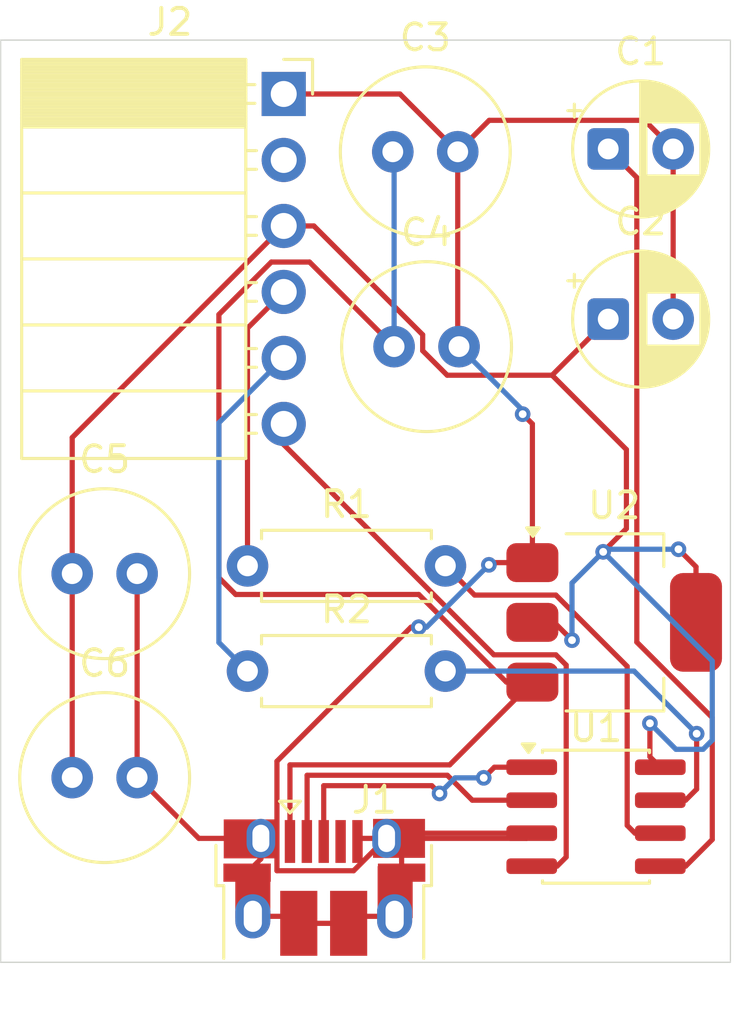
<source format=kicad_pcb>
(kicad_pcb (version 20241229) (generator "pcbnew") (generator_version "9.0")
  (layers (0 "F.Cu" signal) (2 "B.Cu" signal) (13 "F.Paste" user) (15 "B.Paste" user) (5 "F.SilkS" user "F.Silkscreen") (7 "B.SilkS" user "B.Silkscreen") (1 "F.Mask" user) (3 "B.Mask" user) (25 "Edge.Cuts" user))
  (net 0 "")
  (net 1 "Net-(U1-VCC)")
  (net 2 "GND")
  (net 3 "3.3v")
  (net 4 "+5V")
  (net 6 "Net-(J1-D+)")
  (net 7 "Net-(J1-D-)")
  (net 8 "Net-(J2-Pin_5)")
  (net 9 "Net-(J2-Pin_6)")
  (net 11 "Net-(J2-Pin_4)")
  (net 12 "Net-(U1-TXD)")
  (net 13 "Net-(U1-RXD)")
  (footprint "Capacitor_THT:C_Radial_D6.3mm_H7.0mm_P2.50mm" (layer "F.Cu") (at 145.15 62.7)
    (property "Reference" "C4" (at 1.25 -4.4 0) (layer "F.SilkS"))
    (property "Value" "C")
    (fp_circle (center 1.25 0) (end 4.52 0) (stroke (width 0.12)) (fill no) (layer "F.SilkS"))
    (pad "1" thru_hole circle (at 0 0) (size 1.6 1.6) (drill 0.8) (layers "*.Cu" "*.Mask") (net 4 "+5V"))
    (pad "2" thru_hole circle (at 2.5 0) (size 1.6 1.6) (drill 0.8) (layers "*.Cu" "*.Mask") (net 2 "GND"))
  )
  (footprint "Resistor_THT:R_Axial_DIN0207_L6.3mm_D2.5mm_P7.62mm_Horizontal" (layer "F.Cu") (at 139.505 75.19)
    (property "Reference" "R2" (at 3.81 -2.37 0) (layer "F.SilkS"))
    (property "Value" "R")
    (fp_line (start 0.54 -1.37) (end 7.08 -1.37) (stroke (width 0.12)) (layer "F.SilkS"))
    (fp_line (start 0.54 -1.04) (end 0.54 -1.37) (stroke (width 0.12)) (layer "F.SilkS"))
    (fp_line (start 0.54 1.04) (end 0.54 1.37) (stroke (width 0.12)) (layer "F.SilkS"))
    (fp_line (start 0.54 1.37) (end 7.08 1.37) (stroke (width 0.12)) (layer "F.SilkS"))
    (fp_line (start 7.08 -1.37) (end 7.08 -1.04) (stroke (width 0.12)) (layer "F.SilkS"))
    (fp_line (start 7.08 1.37) (end 7.08 1.04) (stroke (width 0.12)) (layer "F.SilkS"))
    (pad "1" thru_hole circle (at 0 0) (size 1.6 1.6) (drill 0.8) (layers "*.Cu" "*.Mask") (net 8 "Net-(J2-Pin_5)"))
    (pad "2" thru_hole circle (at 7.62 0) (size 1.6 1.6) (drill 0.8) (layers "*.Cu" "*.Mask") (net 13 "Net-(U1-RXD)"))
  )
  (footprint "Package_SO:SOIC-8_3.9x4.9mm_P1.27mm" (layer "F.Cu") (at 152.925 80.795)
    (property "Reference" "U1" (at 0 -3.4 0) (layer "F.SilkS"))
    (property "Value" "CH330N")
    (fp_line (start -2.06 -2.56) (end 2.06 -2.56) (stroke (width 0.12)) (layer "F.SilkS"))
    (fp_line (start -2.06 -2.465) (end -2.06 -2.56) (stroke (width 0.12)) (layer "F.SilkS"))
    (fp_line (start -2.06 2.56) (end -2.06 2.465) (stroke (width 0.12)) (layer "F.SilkS"))
    (fp_line (start 2.06 -2.56) (end 2.06 -2.465) (stroke (width 0.12)) (layer "F.SilkS"))
    (fp_line (start 2.06 2.465) (end 2.06 2.56) (stroke (width 0.12)) (layer "F.SilkS"))
    (fp_line (start 2.06 2.56) (end -2.06 2.56) (stroke (width 0.12)) (layer "F.SilkS"))
    (fp_poly (pts (xy -2.6 -2.47) (xy -2.84 -2.8) (xy -2.36 -2.8)) (stroke (width 0.12)) (fill yes) (layer "F.SilkS"))
    (pad "1" smd roundrect (at -2.475 -1.905) (size 1.95 0.6) (layers "F.Cu" "F.Mask" "F.Paste") (net 6 "Net-(J1-D+)"))
    (pad "2" smd roundrect (at -2.475 -0.635) (size 1.95 0.6) (layers "F.Cu" "F.Mask" "F.Paste") (net 7 "Net-(J1-D-)"))
    (pad "3" smd roundrect (at -2.475 0.635) (size 1.95 0.6) (layers "F.Cu" "F.Mask" "F.Paste") (net 2 "GND"))
    (pad "4" smd roundrect (at -2.475 1.905) (size 1.95 0.6) (layers "F.Cu" "F.Mask" "F.Paste") (net 9 "Net-(J2-Pin_6)"))
    (pad "5" smd roundrect (at 2.475 1.905) (size 1.95 0.6) (layers "F.Cu" "F.Mask" "F.Paste") (net 1 "Net-(U1-VCC)"))
    (pad "6" smd roundrect (at 2.475 0.635) (size 1.95 0.6) (layers "F.Cu" "F.Mask" "F.Paste") (net 12 "Net-(U1-TXD)"))
    (pad "7" smd roundrect (at 2.475 -0.635) (size 1.95 0.6) (layers "F.Cu" "F.Mask" "F.Paste") (net 13 "Net-(U1-RXD)"))
    (pad "8" smd roundrect (at 2.475 -1.905) (size 1.95 0.6) (layers "F.Cu" "F.Mask" "F.Paste") (net 3 "3.3v"))
  )
  (footprint "Capacitor_THT:C_Radial_D6.3mm_H7.0mm_P2.50mm" (layer "F.Cu") (at 132.755 79.29)
    (property "Reference" "C6" (at 1.25 -4.4 0) (layer "F.SilkS"))
    (property "Value" "C")
    (fp_circle (center 1.25 0) (end 4.52 0) (stroke (width 0.12)) (fill no) (layer "F.SilkS"))
    (pad "1" thru_hole circle (at 0 0) (size 1.6 1.6) (drill 0.8) (layers "*.Cu" "*.Mask") (net 3 "3.3v"))
    (pad "2" thru_hole circle (at 2.5 0) (size 1.6 1.6) (drill 0.8) (layers "*.Cu" "*.Mask") (net 2 "GND"))
  )
  (footprint "Capacitor_THT:CP_Radial_D5.0mm_P2.50mm" (layer "F.Cu") (at 153.394775 55.09)
    (property "Reference" "C1" (at 1.25 -3.75 0) (layer "F.SilkS"))
    (property "Value" "C")
    (fp_line (start -1.554775 -1.475) (end -1.054775 -1.475) (stroke (width 0.12)) (layer "F.SilkS"))
    (fp_line (start -1.304775 -1.725) (end -1.304775 -1.225) (stroke (width 0.12)) (layer "F.SilkS"))
    (fp_line (start 1.25 -2.58) (end 1.25 2.58) (stroke (width 0.12)) (layer "F.SilkS"))
    (fp_line (start 1.29 -2.58) (end 1.29 2.58) (stroke (width 0.12)) (layer "F.SilkS"))
    (fp_line (start 1.33 -2.579) (end 1.33 2.579) (stroke (width 0.12)) (layer "F.SilkS"))
    (fp_line (start 1.37 -2.577) (end 1.37 2.577) (stroke (width 0.12)) (layer "F.SilkS"))
    (fp_line (start 1.41 -2.575) (end 1.41 2.575) (stroke (width 0.12)) (layer "F.SilkS"))
    (fp_line (start 1.45 -2.572) (end 1.45 2.572) (stroke (width 0.12)) (layer "F.SilkS"))
    (fp_line (start 1.49 -2.569) (end 1.49 -1.04) (stroke (width 0.12)) (layer "F.SilkS"))
    (fp_line (start 1.49 1.04) (end 1.49 2.569) (stroke (width 0.12)) (layer "F.SilkS"))
    (fp_line (start 1.53 -2.565) (end 1.53 -1.04) (stroke (width 0.12)) (layer "F.SilkS"))
    (fp_line (start 1.53 1.04) (end 1.53 2.565) (stroke (width 0.12)) (layer "F.SilkS"))
    (fp_line (start 1.57 -2.56) (end 1.57 -1.04) (stroke (width 0.12)) (layer "F.SilkS"))
    (fp_line (start 1.57 1.04) (end 1.57 2.56) (stroke (width 0.12)) (layer "F.SilkS"))
    (fp_line (start 1.61 -2.555) (end 1.61 -1.04) (stroke (width 0.12)) (layer "F.SilkS"))
    (fp_line (start 1.61 1.04) (end 1.61 2.555) (stroke (width 0.12)) (layer "F.SilkS"))
    (fp_line (start 1.65 -2.549) (end 1.65 -1.04) (stroke (width 0.12)) (layer "F.SilkS"))
    (fp_line (start 1.65 1.04) (end 1.65 2.549) (stroke (width 0.12)) (layer "F.SilkS"))
    (fp_line (start 1.69 -2.543) (end 1.69 -1.04) (stroke (width 0.12)) (layer "F.SilkS"))
    (fp_line (start 1.69 1.04) (end 1.69 2.543) (stroke (width 0.12)) (layer "F.SilkS"))
    (fp_line (start 1.73 -2.536) (end 1.73 -1.04) (stroke (width 0.12)) (layer "F.SilkS"))
    (fp_line (start 1.73 1.04) (end 1.73 2.536) (stroke (width 0.12)) (layer "F.SilkS"))
    (fp_line (start 1.77 -2.528) (end 1.77 -1.04) (stroke (width 0.12)) (layer "F.SilkS"))
    (fp_line (start 1.77 1.04) (end 1.77 2.528) (stroke (width 0.12)) (layer "F.SilkS"))
    (fp_line (start 1.81 -2.519) (end 1.81 -1.04) (stroke (width 0.12)) (layer "F.SilkS"))
    (fp_line (start 1.81 1.04) (end 1.81 2.519) (stroke (width 0.12)) (layer "F.SilkS"))
    (fp_line (start 1.85 -2.51) (end 1.85 -1.04) (stroke (width 0.12)) (layer "F.SilkS"))
    (fp_line (start 1.85 1.04) (end 1.85 2.51) (stroke (width 0.12)) (layer "F.SilkS"))
    (fp_line (start 1.89 -2.501) (end 1.89 -1.04) (stroke (width 0.12)) (layer "F.SilkS"))
    (fp_line (start 1.89 1.04) (end 1.89 2.501) (stroke (width 0.12)) (layer "F.SilkS"))
    (fp_line (start 1.93 -2.49) (end 1.93 -1.04) (stroke (width 0.12)) (layer "F.SilkS"))
    (fp_line (start 1.93 1.04) (end 1.93 2.49) (stroke (width 0.12)) (layer "F.SilkS"))
    (fp_line (start 1.97 -2.479) (end 1.97 -1.04) (stroke (width 0.12)) (layer "F.SilkS"))
    (fp_line (start 1.97 1.04) (end 1.97 2.479) (stroke (width 0.12)) (layer "F.SilkS"))
    (fp_line (start 2.01 -2.467) (end 2.01 -1.04) (stroke (width 0.12)) (layer "F.SilkS"))
    (fp_line (start 2.01 1.04) (end 2.01 2.467) (stroke (width 0.12)) (layer "F.SilkS"))
    (fp_line (start 2.05 -2.455) (end 2.05 -1.04) (stroke (width 0.12)) (layer "F.SilkS"))
    (fp_line (start 2.05 1.04) (end 2.05 2.455) (stroke (width 0.12)) (layer "F.SilkS"))
    (fp_line (start 2.09 -2.442) (end 2.09 -1.04) (stroke (width 0.12)) (layer "F.SilkS"))
    (fp_line (start 2.09 1.04) (end 2.09 2.442) (stroke (width 0.12)) (layer "F.SilkS"))
    (fp_line (start 2.13 -2.428) (end 2.13 -1.04) (stroke (width 0.12)) (layer "F.SilkS"))
    (fp_line (start 2.13 1.04) (end 2.13 2.428) (stroke (width 0.12)) (layer "F.SilkS"))
    (fp_line (start 2.17 -2.413) (end 2.17 -1.04) (stroke (width 0.12)) (layer "F.SilkS"))
    (fp_line (start 2.17 1.04) (end 2.17 2.413) (stroke (width 0.12)) (layer "F.SilkS"))
    (fp_line (start 2.21 -2.398) (end 2.21 -1.04) (stroke (width 0.12)) (layer "F.SilkS"))
    (fp_line (start 2.21 1.04) (end 2.21 2.398) (stroke (width 0.12)) (layer "F.SilkS"))
    (fp_line (start 2.25 -2.382) (end 2.25 -1.04) (stroke (width 0.12)) (layer "F.SilkS"))
    (fp_line (start 2.25 1.04) (end 2.25 2.382) (stroke (width 0.12)) (layer "F.SilkS"))
    (fp_line (start 2.29 -2.365) (end 2.29 -1.04) (stroke (width 0.12)) (layer "F.SilkS"))
    (fp_line (start 2.29 1.04) (end 2.29 2.365) (stroke (width 0.12)) (layer "F.SilkS"))
    (fp_line (start 2.33 -2.347) (end 2.33 -1.04) (stroke (width 0.12)) (layer "F.SilkS"))
    (fp_line (start 2.33 1.04) (end 2.33 2.347) (stroke (width 0.12)) (layer "F.SilkS"))
    (fp_line (start 2.37 -2.329) (end 2.37 -1.04) (stroke (width 0.12)) (layer "F.SilkS"))
    (fp_line (start 2.37 1.04) (end 2.37 2.329) (stroke (width 0.12)) (layer "F.SilkS"))
    (fp_line (start 2.41 -2.309) (end 2.41 -1.04) (stroke (width 0.12)) (layer "F.SilkS"))
    (fp_line (start 2.41 1.04) (end 2.41 2.309) (stroke (width 0.12)) (layer "F.SilkS"))
    (fp_line (start 2.45 -2.289) (end 2.45 -1.04) (stroke (width 0.12)) (layer "F.SilkS"))
    (fp_line (start 2.45 1.04) (end 2.45 2.289) (stroke (width 0.12)) (layer "F.SilkS"))
    (fp_line (start 2.49 -2.268) (end 2.49 -1.04) (stroke (width 0.12)) (layer "F.SilkS"))
    (fp_line (start 2.49 1.04) (end 2.49 2.268) (stroke (width 0.12)) (layer "F.SilkS"))
    (fp_line (start 2.53 -2.246) (end 2.53 -1.04) (stroke (width 0.12)) (layer "F.SilkS"))
    (fp_line (start 2.53 1.04) (end 2.53 2.246) (stroke (width 0.12)) (layer "F.SilkS"))
    (fp_line (start 2.57 -2.223) (end 2.57 -1.04) (stroke (width 0.12)) (layer "F.SilkS"))
    (fp_line (start 2.57 1.04) (end 2.57 2.223) (stroke (width 0.12)) (layer "F.SilkS"))
    (fp_line (start 2.61 -2.199) (end 2.61 -1.04) (stroke (width 0.12)) (layer "F.SilkS"))
    (fp_line (start 2.61 1.04) (end 2.61 2.199) (stroke (width 0.12)) (layer "F.SilkS"))
    (fp_line (start 2.65 -2.175) (end 2.65 -1.04) (stroke (width 0.12)) (layer "F.SilkS"))
    (fp_line (start 2.65 1.04) (end 2.65 2.175) (stroke (width 0.12)) (layer "F.SilkS"))
    (fp_line (start 2.69 -2.149) (end 2.69 -1.04) (stroke (width 0.12)) (layer "F.SilkS"))
    (fp_line (start 2.69 1.04) (end 2.69 2.149) (stroke (width 0.12)) (layer "F.SilkS"))
    (fp_line (start 2.73 -2.122) (end 2.73 -1.04) (stroke (width 0.12)) (layer "F.SilkS"))
    (fp_line (start 2.73 1.04) (end 2.73 2.122) (stroke (width 0.12)) (layer "F.SilkS"))
    (fp_line (start 2.77 -2.094) (end 2.77 -1.04) (stroke (width 0.12)) (layer "F.SilkS"))
    (fp_line (start 2.77 1.04) (end 2.77 2.094) (stroke (width 0.12)) (layer "F.SilkS"))
    (fp_line (start 2.81 -2.065) (end 2.81 -1.04) (stroke (width 0.12)) (layer "F.SilkS"))
    (fp_line (start 2.81 1.04) (end 2.81 2.065) (stroke (width 0.12)) (layer "F.SilkS"))
    (fp_line (start 2.85 -2.035) (end 2.85 -1.04) (stroke (width 0.12)) (layer "F.SilkS"))
    (fp_line (start 2.85 1.04) (end 2.85 2.035) (stroke (width 0.12)) (layer "F.SilkS"))
    (fp_line (start 2.89 -2.003) (end 2.89 -1.04) (stroke (width 0.12)) (layer "F.SilkS"))
    (fp_line (start 2.89 1.04) (end 2.89 2.003) (stroke (width 0.12)) (layer "F.SilkS"))
    (fp_line (start 2.93 -1.97) (end 2.93 -1.04) (stroke (width 0.12)) (layer "F.SilkS"))
    (fp_line (start 2.93 1.04) (end 2.93 1.97) (stroke (width 0.12)) (layer "F.SilkS"))
    (fp_line (start 2.97 -1.936) (end 2.97 -1.04) (stroke (width 0.12)) (layer "F.SilkS"))
    (fp_line (start 2.97 1.04) (end 2.97 1.936) (stroke (width 0.12)) (layer "F.SilkS"))
    (fp_line (start 3.01 -1.901) (end 3.01 -1.04) (stroke (width 0.12)) (layer "F.SilkS"))
    (fp_line (start 3.01 1.04) (end 3.01 1.901) (stroke (width 0.12)) (layer "F.SilkS"))
    (fp_line (start 3.05 -1.864) (end 3.05 -1.04) (stroke (width 0.12)) (layer "F.SilkS"))
    (fp_line (start 3.05 1.04) (end 3.05 1.864) (stroke (width 0.12)) (layer "F.SilkS"))
    (fp_line (start 3.09 -1.825) (end 3.09 -1.04) (stroke (width 0.12)) (layer "F.SilkS"))
    (fp_line (start 3.09 1.04) (end 3.09 1.825) (stroke (width 0.12)) (layer "F.SilkS"))
    (fp_line (start 3.13 -1.785) (end 3.13 -1.04) (stroke (width 0.12)) (layer "F.SilkS"))
    (fp_line (start 3.13 1.04) (end 3.13 1.785) (stroke (width 0.12)) (layer "F.SilkS"))
    (fp_line (start 3.17 -1.743) (end 3.17 -1.04) (stroke (width 0.12)) (layer "F.SilkS"))
    (fp_line (start 3.17 1.04) (end 3.17 1.743) (stroke (width 0.12)) (layer "F.SilkS"))
    (fp_line (start 3.21 -1.699) (end 3.21 -1.04) (stroke (width 0.12)) (layer "F.SilkS"))
    (fp_line (start 3.21 1.04) (end 3.21 1.699) (stroke (width 0.12)) (layer "F.SilkS"))
    (fp_line (start 3.25 -1.652) (end 3.25 -1.04) (stroke (width 0.12)) (layer "F.SilkS"))
    (fp_line (start 3.25 1.04) (end 3.25 1.652) (stroke (width 0.12)) (layer "F.SilkS"))
    (fp_line (start 3.29 -1.604) (end 3.29 -1.04) (stroke (width 0.12)) (layer "F.SilkS"))
    (fp_line (start 3.29 1.04) (end 3.29 1.604) (stroke (width 0.12)) (layer "F.SilkS"))
    (fp_line (start 3.33 -1.553) (end 3.33 -1.04) (stroke (width 0.12)) (layer "F.SilkS"))
    (fp_line (start 3.33 1.04) (end 3.33 1.553) (stroke (width 0.12)) (layer "F.SilkS"))
    (fp_line (start 3.37 -1.499) (end 3.37 -1.04) (stroke (width 0.12)) (layer "F.SilkS"))
    (fp_line (start 3.37 1.04) (end 3.37 1.499) (stroke (width 0.12)) (layer "F.SilkS"))
    (fp_line (start 3.41 -1.443) (end 3.41 -1.04) (stroke (width 0.12)) (layer "F.SilkS"))
    (fp_line (start 3.41 1.04) (end 3.41 1.443) (stroke (width 0.12)) (layer "F.SilkS"))
    (fp_line (start 3.45 -1.383) (end 3.45 -1.04) (stroke (width 0.12)) (layer "F.SilkS"))
    (fp_line (start 3.45 1.04) (end 3.45 1.383) (stroke (width 0.12)) (layer "F.SilkS"))
    (fp_line (start 3.49 -1.319) (end 3.49 -1.04) (stroke (width 0.12)) (layer "F.SilkS"))
    (fp_line (start 3.49 1.04) (end 3.49 1.319) (stroke (width 0.12)) (layer "F.SilkS"))
    (fp_line (start 3.53 -1.251) (end 3.53 -1.04) (stroke (width 0.12)) (layer "F.SilkS"))
    (fp_line (start 3.53 1.04) (end 3.53 1.251) (stroke (width 0.12)) (layer "F.SilkS"))
    (fp_line (start 3.57 -1.177) (end 3.57 1.177) (stroke (width 0.12)) (layer "F.SilkS"))
    (fp_line (start 3.61 -1.098) (end 3.61 1.098) (stroke (width 0.12)) (layer "F.SilkS"))
    (fp_line (start 3.65 -1.011) (end 3.65 1.011) (stroke (width 0.12)) (layer "F.SilkS"))
    (fp_line (start 3.69 -0.914) (end 3.69 0.914) (stroke (width 0.12)) (layer "F.SilkS"))
    (fp_line (start 3.73 -0.805) (end 3.73 0.805) (stroke (width 0.12)) (layer "F.SilkS"))
    (fp_line (start 3.77 -0.677) (end 3.77 0.677) (stroke (width 0.12)) (layer "F.SilkS"))
    (fp_line (start 3.81 -0.517) (end 3.81 0.517) (stroke (width 0.12)) (layer "F.SilkS"))
    (fp_line (start 3.85 -0.283) (end 3.85 0.283) (stroke (width 0.12)) (layer "F.SilkS"))
    (fp_circle (center 1.25 0) (end 3.87 0) (stroke (width 0.12)) (fill no) (layer "F.SilkS"))
    (pad "1" thru_hole roundrect (at 0 0) (size 1.6 1.6) (drill 0.8) (layers "*.Cu" "*.Mask") (roundrect_rratio 0.15625) (net 1 "Net-(U1-VCC)"))
    (pad "2" thru_hole circle (at 2.5 0) (size 1.6 1.6) (drill 0.8) (layers "*.Cu" "*.Mask") (net 2 "GND"))
  )
  (footprint "Capacitor_THT:C_Radial_D6.3mm_H7.0mm_P2.50mm" (layer "F.Cu") (at 145.1 55.2)
    (property "Reference" "C3" (at 1.25 -4.4 0) (layer "F.SilkS"))
    (property "Value" "C")
    (fp_circle (center 1.25 0) (end 4.52 0) (stroke (width 0.12)) (fill no) (layer "F.SilkS"))
    (pad "1" thru_hole circle (at 0 0) (size 1.6 1.6) (drill 0.8) (layers "*.Cu" "*.Mask") (net 4 "+5V"))
    (pad "2" thru_hole circle (at 2.5 0) (size 1.6 1.6) (drill 0.8) (layers "*.Cu" "*.Mask") (net 2 "GND"))
  )
  (footprint "Package_TO_SOT_SMD:SOT-223-3_TabPin2" (layer "F.Cu") (at 153.625 73.315)
    (property "Reference" "U2" (at 0 -4.5 0) (layer "F.SilkS"))
    (property "Value" "AMS1117-3.3")
    (fp_line (start -1.85 -3.41) (end 1.91 -3.41) (stroke (width 0.12)) (layer "F.SilkS"))
    (fp_line (start -1.85 3.41) (end 1.91 3.41) (stroke (width 0.12)) (layer "F.SilkS"))
    (fp_line (start 1.91 -3.41) (end 1.91 -2.15) (stroke (width 0.12)) (layer "F.SilkS"))
    (fp_line (start 1.91 3.41) (end 1.91 2.15) (stroke (width 0.12)) (layer "F.SilkS"))
    (fp_poly (pts (xy -3.13 -3.31) (xy -3.37 -3.64) (xy -2.89 -3.64) (xy -3.13 -3.31)) (stroke (width 0.12)) (fill yes) (layer "F.SilkS"))
    (pad "1" smd roundrect (at -3.15 -2.3) (size 2 1.5) (layers "F.Cu" "F.Mask" "F.Paste") (net 2 "GND"))
    (pad "2" smd roundrect (at -3.15 0) (size 2 1.5) (layers "F.Cu" "F.Mask" "F.Paste") (net 3 "3.3v"))
    (pad "2" smd roundrect (at 3.15 0) (size 2 3.8) (layers "F.Cu" "F.Mask" "F.Paste") (net 3 "3.3v"))
    (pad "3" smd roundrect (at -3.15 2.3) (size 2 1.5) (layers "F.Cu" "F.Mask" "F.Paste") (net 4 "+5V"))
  )
  (footprint "Resistor_THT:R_Axial_DIN0207_L6.3mm_D2.5mm_P7.62mm_Horizontal" (layer "F.Cu") (at 139.505 71.14)
    (property "Reference" "R1" (at 3.81 -2.37 0) (layer "F.SilkS"))
    (property "Value" "R")
    (fp_line (start 0.54 -1.37) (end 7.08 -1.37) (stroke (width 0.12)) (layer "F.SilkS"))
    (fp_line (start 0.54 -1.04) (end 0.54 -1.37) (stroke (width 0.12)) (layer "F.SilkS"))
    (fp_line (start 0.54 1.04) (end 0.54 1.37) (stroke (width 0.12)) (layer "F.SilkS"))
    (fp_line (start 0.54 1.37) (end 7.08 1.37) (stroke (width 0.12)) (layer "F.SilkS"))
    (fp_line (start 7.08 -1.37) (end 7.08 -1.04) (stroke (width 0.12)) (layer "F.SilkS"))
    (fp_line (start 7.08 1.37) (end 7.08 1.04) (stroke (width 0.12)) (layer "F.SilkS"))
    (pad "1" thru_hole circle (at 0 0) (size 1.6 1.6) (drill 0.8) (layers "*.Cu" "*.Mask") (net 11 "Net-(J2-Pin_4)"))
    (pad "2" thru_hole circle (at 7.62 0) (size 1.6 1.6) (drill 0.8) (layers "*.Cu" "*.Mask") (net 12 "Net-(U1-TXD)"))
  )
  (footprint "Connector_PinSocket_2.54mm:PinSocket_1x06_P2.54mm_Horizontal" (layer "F.Cu") (at 140.9 52.975)
    (property "Reference" "J2" (at -4.38 -2.77 0) (layer "F.SilkS"))
    (property "Value" "Conn_01x06_Pin")
    (fp_line (start -10.09 -1.33) (end -10.09 14.03) (stroke (width 0.12)) (layer "F.SilkS"))
    (fp_line (start -10.09 -1.33) (end -1.46 -1.33) (stroke (width 0.12)) (layer "F.SilkS"))
    (fp_line (start -10.09 -1.21) (end -1.46 -1.21) (stroke (width 0.12)) (layer "F.SilkS"))
    (fp_line (start -10.09 -1.091905) (end -1.46 -1.091905) (stroke (width 0.12)) (layer "F.SilkS"))
    (fp_line (start -10.09 -0.97381) (end -1.46 -0.97381) (stroke (width 0.12)) (layer "F.SilkS"))
    (fp_line (start -10.09 -0.855715) (end -1.46 -0.855715) (stroke (width 0.12)) (layer "F.SilkS"))
    (fp_line (start -10.09 -0.73762) (end -1.46 -0.73762) (stroke (width 0.12)) (layer "F.SilkS"))
    (fp_line (start -10.09 -0.619525) (end -1.46 -0.619525) (stroke (width 0.12)) (layer "F.SilkS"))
    (fp_line (start -10.09 -0.50143) (end -1.46 -0.50143) (stroke (width 0.12)) (layer "F.SilkS"))
    (fp_line (start -10.09 -0.383335) (end -1.46 -0.383335) (stroke (width 0.12)) (layer "F.SilkS"))
    (fp_line (start -10.09 -0.26524) (end -1.46 -0.26524) (stroke (width 0.12)) (layer "F.SilkS"))
    (fp_line (start -10.09 -0.147145) (end -1.46 -0.147145) (stroke (width 0.12)) (layer "F.SilkS"))
    (fp_line (start -10.09 -0.02905) (end -1.46 -0.02905) (stroke (width 0.12)) (layer "F.SilkS"))
    (fp_line (start -10.09 0.089045) (end -1.46 0.089045) (stroke (width 0.12)) (layer "F.SilkS"))
    (fp_line (start -10.09 0.20714) (end -1.46 0.20714) (stroke (width 0.12)) (layer "F.SilkS"))
    (fp_line (start -10.09 0.325235) (end -1.46 0.325235) (stroke (width 0.12)) (layer "F.SilkS"))
    (fp_line (start -10.09 0.44333) (end -1.46 0.44333) (stroke (width 0.12)) (layer "F.SilkS"))
    (fp_line (start -10.09 0.561425) (end -1.46 0.561425) (stroke (width 0.12)) (layer "F.SilkS"))
    (fp_line (start -10.09 0.67952) (end -1.46 0.67952) (stroke (width 0.12)) (layer "F.SilkS"))
    (fp_line (start -10.09 0.797615) (end -1.46 0.797615) (stroke (width 0.12)) (layer "F.SilkS"))
    (fp_line (start -10.09 0.91571) (end -1.46 0.91571) (stroke (width 0.12)) (layer "F.SilkS"))
    (fp_line (start -10.09 1.033805) (end -1.46 1.033805) (stroke (width 0.12)) (layer "F.SilkS"))
    (fp_line (start -10.09 1.1519) (end -1.46 1.1519) (stroke (width 0.12)) (layer "F.SilkS"))
    (fp_line (start -10.09 1.27) (end -1.46 1.27) (stroke (width 0.12)) (layer "F.SilkS"))
    (fp_line (start -10.09 3.81) (end -1.46 3.81) (stroke (width 0.12)) (layer "F.SilkS"))
    (fp_line (start -10.09 6.35) (end -1.46 6.35) (stroke (width 0.12)) (layer "F.SilkS"))
    (fp_line (start -10.09 8.89) (end -1.46 8.89) (stroke (width 0.12)) (layer "F.SilkS"))
    (fp_line (start -10.09 11.43) (end -1.46 11.43) (stroke (width 0.12)) (layer "F.SilkS"))
    (fp_line (start -10.09 14.03) (end -1.46 14.03) (stroke (width 0.12)) (layer "F.SilkS"))
    (fp_line (start -1.46 -1.33) (end -1.46 14.03) (stroke (width 0.12)) (layer "F.SilkS"))
    (fp_line (start -1.46 -0.36) (end -1.11 -0.36) (stroke (width 0.12)) (layer "F.SilkS"))
    (fp_line (start -1.46 0.36) (end -1.11 0.36) (stroke (width 0.12)) (layer "F.SilkS"))
    (fp_line (start -1.46 2.18) (end -1.05 2.18) (stroke (width 0.12)) (layer "F.SilkS"))
    (fp_line (start -1.46 2.9) (end -1.05 2.9) (stroke (width 0.12)) (layer "F.SilkS"))
    (fp_line (start -1.46 4.72) (end -1.05 4.72) (stroke (width 0.12)) (layer "F.SilkS"))
    (fp_line (start -1.46 5.44) (end -1.05 5.44) (stroke (width 0.12)) (layer "F.SilkS"))
    (fp_line (start -1.46 7.26) (end -1.05 7.26) (stroke (width 0.12)) (layer "F.SilkS"))
    (fp_line (start -1.46 7.98) (end -1.05 7.98) (stroke (width 0.12)) (layer "F.SilkS"))
    (fp_line (start -1.46 9.8) (end -1.05 9.8) (stroke (width 0.12)) (layer "F.SilkS"))
    (fp_line (start -1.46 10.52) (end -1.05 10.52) (stroke (width 0.12)) (layer "F.SilkS"))
    (fp_line (start -1.46 12.34) (end -1.05 12.34) (stroke (width 0.12)) (layer "F.SilkS"))
    (fp_line (start -1.46 13.06) (end -1.05 13.06) (stroke (width 0.12)) (layer "F.SilkS"))
    (fp_line (start 0 -1.33) (end 1.11 -1.33) (stroke (width 0.12)) (layer "F.SilkS"))
    (fp_line (start 1.11 -1.33) (end 1.11 0) (stroke (width 0.12)) (layer "F.SilkS"))
    (pad "1" thru_hole rect (at 0 0) (size 1.7 1.7) (drill 1) (layers "*.Cu" "*.Mask") (net 2 "GND"))
    (pad "2" thru_hole circle (at 0 2.54) (size 1.7 1.7) (drill 1) (layers "*.Cu" "*.Mask"))
    (pad "3" thru_hole circle (at 0 5.08) (size 1.7 1.7) (drill 1) (layers "*.Cu" "*.Mask") (net 3 "3.3v"))
    (pad "4" thru_hole circle (at 0 7.62) (size 1.7 1.7) (drill 1) (layers "*.Cu" "*.Mask") (net 11 "Net-(J2-Pin_4)"))
    (pad "5" thru_hole circle (at 0 10.16) (size 1.7 1.7) (drill 1) (layers "*.Cu" "*.Mask") (net 8 "Net-(J2-Pin_5)"))
    (pad "6" thru_hole circle (at 0 12.7) (size 1.7 1.7) (drill 1) (layers "*.Cu" "*.Mask") (net 9 "Net-(J2-Pin_6)"))
  )
  (footprint "Capacitor_THT:CP_Radial_D5.0mm_P2.50mm" (layer "F.Cu") (at 153.394775 61.64)
    (property "Reference" "C2" (at 1.25 -3.75 0) (layer "F.SilkS"))
    (property "Value" "C")
    (fp_line (start -1.554775 -1.475) (end -1.054775 -1.475) (stroke (width 0.12)) (layer "F.SilkS"))
    (fp_line (start -1.304775 -1.725) (end -1.304775 -1.225) (stroke (width 0.12)) (layer "F.SilkS"))
    (fp_line (start 1.25 -2.58) (end 1.25 2.58) (stroke (width 0.12)) (layer "F.SilkS"))
    (fp_line (start 1.29 -2.58) (end 1.29 2.58) (stroke (width 0.12)) (layer "F.SilkS"))
    (fp_line (start 1.33 -2.579) (end 1.33 2.579) (stroke (width 0.12)) (layer "F.SilkS"))
    (fp_line (start 1.37 -2.577) (end 1.37 2.577) (stroke (width 0.12)) (layer "F.SilkS"))
    (fp_line (start 1.41 -2.575) (end 1.41 2.575) (stroke (width 0.12)) (layer "F.SilkS"))
    (fp_line (start 1.45 -2.572) (end 1.45 2.572) (stroke (width 0.12)) (layer "F.SilkS"))
    (fp_line (start 1.49 -2.569) (end 1.49 -1.04) (stroke (width 0.12)) (layer "F.SilkS"))
    (fp_line (start 1.49 1.04) (end 1.49 2.569) (stroke (width 0.12)) (layer "F.SilkS"))
    (fp_line (start 1.53 -2.565) (end 1.53 -1.04) (stroke (width 0.12)) (layer "F.SilkS"))
    (fp_line (start 1.53 1.04) (end 1.53 2.565) (stroke (width 0.12)) (layer "F.SilkS"))
    (fp_line (start 1.57 -2.56) (end 1.57 -1.04) (stroke (width 0.12)) (layer "F.SilkS"))
    (fp_line (start 1.57 1.04) (end 1.57 2.56) (stroke (width 0.12)) (layer "F.SilkS"))
    (fp_line (start 1.61 -2.555) (end 1.61 -1.04) (stroke (width 0.12)) (layer "F.SilkS"))
    (fp_line (start 1.61 1.04) (end 1.61 2.555) (stroke (width 0.12)) (layer "F.SilkS"))
    (fp_line (start 1.65 -2.549) (end 1.65 -1.04) (stroke (width 0.12)) (layer "F.SilkS"))
    (fp_line (start 1.65 1.04) (end 1.65 2.549) (stroke (width 0.12)) (layer "F.SilkS"))
    (fp_line (start 1.69 -2.543) (end 1.69 -1.04) (stroke (width 0.12)) (layer "F.SilkS"))
    (fp_line (start 1.69 1.04) (end 1.69 2.543) (stroke (width 0.12)) (layer "F.SilkS"))
    (fp_line (start 1.73 -2.536) (end 1.73 -1.04) (stroke (width 0.12)) (layer "F.SilkS"))
    (fp_line (start 1.73 1.04) (end 1.73 2.536) (stroke (width 0.12)) (layer "F.SilkS"))
    (fp_line (start 1.77 -2.528) (end 1.77 -1.04) (stroke (width 0.12)) (layer "F.SilkS"))
    (fp_line (start 1.77 1.04) (end 1.77 2.528) (stroke (width 0.12)) (layer "F.SilkS"))
    (fp_line (start 1.81 -2.519) (end 1.81 -1.04) (stroke (width 0.12)) (layer "F.SilkS"))
    (fp_line (start 1.81 1.04) (end 1.81 2.519) (stroke (width 0.12)) (layer "F.SilkS"))
    (fp_line (start 1.85 -2.51) (end 1.85 -1.04) (stroke (width 0.12)) (layer "F.SilkS"))
    (fp_line (start 1.85 1.04) (end 1.85 2.51) (stroke (width 0.12)) (layer "F.SilkS"))
    (fp_line (start 1.89 -2.501) (end 1.89 -1.04) (stroke (width 0.12)) (layer "F.SilkS"))
    (fp_line (start 1.89 1.04) (end 1.89 2.501) (stroke (width 0.12)) (layer "F.SilkS"))
    (fp_line (start 1.93 -2.49) (end 1.93 -1.04) (stroke (width 0.12)) (layer "F.SilkS"))
    (fp_line (start 1.93 1.04) (end 1.93 2.49) (stroke (width 0.12)) (layer "F.SilkS"))
    (fp_line (start 1.97 -2.479) (end 1.97 -1.04) (stroke (width 0.12)) (layer "F.SilkS"))
    (fp_line (start 1.97 1.04) (end 1.97 2.479) (stroke (width 0.12)) (layer "F.SilkS"))
    (fp_line (start 2.01 -2.467) (end 2.01 -1.04) (stroke (width 0.12)) (layer "F.SilkS"))
    (fp_line (start 2.01 1.04) (end 2.01 2.467) (stroke (width 0.12)) (layer "F.SilkS"))
    (fp_line (start 2.05 -2.455) (end 2.05 -1.04) (stroke (width 0.12)) (layer "F.SilkS"))
    (fp_line (start 2.05 1.04) (end 2.05 2.455) (stroke (width 0.12)) (layer "F.SilkS"))
    (fp_line (start 2.09 -2.442) (end 2.09 -1.04) (stroke (width 0.12)) (layer "F.SilkS"))
    (fp_line (start 2.09 1.04) (end 2.09 2.442) (stroke (width 0.12)) (layer "F.SilkS"))
    (fp_line (start 2.13 -2.428) (end 2.13 -1.04) (stroke (width 0.12)) (layer "F.SilkS"))
    (fp_line (start 2.13 1.04) (end 2.13 2.428) (stroke (width 0.12)) (layer "F.SilkS"))
    (fp_line (start 2.17 -2.413) (end 2.17 -1.04) (stroke (width 0.12)) (layer "F.SilkS"))
    (fp_line (start 2.17 1.04) (end 2.17 2.413) (stroke (width 0.12)) (layer "F.SilkS"))
    (fp_line (start 2.21 -2.398) (end 2.21 -1.04) (stroke (width 0.12)) (layer "F.SilkS"))
    (fp_line (start 2.21 1.04) (end 2.21 2.398) (stroke (width 0.12)) (layer "F.SilkS"))
    (fp_line (start 2.25 -2.382) (end 2.25 -1.04) (stroke (width 0.12)) (layer "F.SilkS"))
    (fp_line (start 2.25 1.04) (end 2.25 2.382) (stroke (width 0.12)) (layer "F.SilkS"))
    (fp_line (start 2.29 -2.365) (end 2.29 -1.04) (stroke (width 0.12)) (layer "F.SilkS"))
    (fp_line (start 2.29 1.04) (end 2.29 2.365) (stroke (width 0.12)) (layer "F.SilkS"))
    (fp_line (start 2.33 -2.347) (end 2.33 -1.04) (stroke (width 0.12)) (layer "F.SilkS"))
    (fp_line (start 2.33 1.04) (end 2.33 2.347) (stroke (width 0.12)) (layer "F.SilkS"))
    (fp_line (start 2.37 -2.329) (end 2.37 -1.04) (stroke (width 0.12)) (layer "F.SilkS"))
    (fp_line (start 2.37 1.04) (end 2.37 2.329) (stroke (width 0.12)) (layer "F.SilkS"))
    (fp_line (start 2.41 -2.309) (end 2.41 -1.04) (stroke (width 0.12)) (layer "F.SilkS"))
    (fp_line (start 2.41 1.04) (end 2.41 2.309) (stroke (width 0.12)) (layer "F.SilkS"))
    (fp_line (start 2.45 -2.289) (end 2.45 -1.04) (stroke (width 0.12)) (layer "F.SilkS"))
    (fp_line (start 2.45 1.04) (end 2.45 2.289) (stroke (width 0.12)) (layer "F.SilkS"))
    (fp_line (start 2.49 -2.268) (end 2.49 -1.04) (stroke (width 0.12)) (layer "F.SilkS"))
    (fp_line (start 2.49 1.04) (end 2.49 2.268) (stroke (width 0.12)) (layer "F.SilkS"))
    (fp_line (start 2.53 -2.246) (end 2.53 -1.04) (stroke (width 0.12)) (layer "F.SilkS"))
    (fp_line (start 2.53 1.04) (end 2.53 2.246) (stroke (width 0.12)) (layer "F.SilkS"))
    (fp_line (start 2.57 -2.223) (end 2.57 -1.04) (stroke (width 0.12)) (layer "F.SilkS"))
    (fp_line (start 2.57 1.04) (end 2.57 2.223) (stroke (width 0.12)) (layer "F.SilkS"))
    (fp_line (start 2.61 -2.199) (end 2.61 -1.04) (stroke (width 0.12)) (layer "F.SilkS"))
    (fp_line (start 2.61 1.04) (end 2.61 2.199) (stroke (width 0.12)) (layer "F.SilkS"))
    (fp_line (start 2.65 -2.175) (end 2.65 -1.04) (stroke (width 0.12)) (layer "F.SilkS"))
    (fp_line (start 2.65 1.04) (end 2.65 2.175) (stroke (width 0.12)) (layer "F.SilkS"))
    (fp_line (start 2.69 -2.149) (end 2.69 -1.04) (stroke (width 0.12)) (layer "F.SilkS"))
    (fp_line (start 2.69 1.04) (end 2.69 2.149) (stroke (width 0.12)) (layer "F.SilkS"))
    (fp_line (start 2.73 -2.122) (end 2.73 -1.04) (stroke (width 0.12)) (layer "F.SilkS"))
    (fp_line (start 2.73 1.04) (end 2.73 2.122) (stroke (width 0.12)) (layer "F.SilkS"))
    (fp_line (start 2.77 -2.094) (end 2.77 -1.04) (stroke (width 0.12)) (layer "F.SilkS"))
    (fp_line (start 2.77 1.04) (end 2.77 2.094) (stroke (width 0.12)) (layer "F.SilkS"))
    (fp_line (start 2.81 -2.065) (end 2.81 -1.04) (stroke (width 0.12)) (layer "F.SilkS"))
    (fp_line (start 2.81 1.04) (end 2.81 2.065) (stroke (width 0.12)) (layer "F.SilkS"))
    (fp_line (start 2.85 -2.035) (end 2.85 -1.04) (stroke (width 0.12)) (layer "F.SilkS"))
    (fp_line (start 2.85 1.04) (end 2.85 2.035) (stroke (width 0.12)) (layer "F.SilkS"))
    (fp_line (start 2.89 -2.003) (end 2.89 -1.04) (stroke (width 0.12)) (layer "F.SilkS"))
    (fp_line (start 2.89 1.04) (end 2.89 2.003) (stroke (width 0.12)) (layer "F.SilkS"))
    (fp_line (start 2.93 -1.97) (end 2.93 -1.04) (stroke (width 0.12)) (layer "F.SilkS"))
    (fp_line (start 2.93 1.04) (end 2.93 1.97) (stroke (width 0.12)) (layer "F.SilkS"))
    (fp_line (start 2.97 -1.936) (end 2.97 -1.04) (stroke (width 0.12)) (layer "F.SilkS"))
    (fp_line (start 2.97 1.04) (end 2.97 1.936) (stroke (width 0.12)) (layer "F.SilkS"))
    (fp_line (start 3.01 -1.901) (end 3.01 -1.04) (stroke (width 0.12)) (layer "F.SilkS"))
    (fp_line (start 3.01 1.04) (end 3.01 1.901) (stroke (width 0.12)) (layer "F.SilkS"))
    (fp_line (start 3.05 -1.864) (end 3.05 -1.04) (stroke (width 0.12)) (layer "F.SilkS"))
    (fp_line (start 3.05 1.04) (end 3.05 1.864) (stroke (width 0.12)) (layer "F.SilkS"))
    (fp_line (start 3.09 -1.825) (end 3.09 -1.04) (stroke (width 0.12)) (layer "F.SilkS"))
    (fp_line (start 3.09 1.04) (end 3.09 1.825) (stroke (width 0.12)) (layer "F.SilkS"))
    (fp_line (start 3.13 -1.785) (end 3.13 -1.04) (stroke (width 0.12)) (layer "F.SilkS"))
    (fp_line (start 3.13 1.04) (end 3.13 1.785) (stroke (width 0.12)) (layer "F.SilkS"))
    (fp_line (start 3.17 -1.743) (end 3.17 -1.04) (stroke (width 0.12)) (layer "F.SilkS"))
    (fp_line (start 3.17 1.04) (end 3.17 1.743) (stroke (width 0.12)) (layer "F.SilkS"))
    (fp_line (start 3.21 -1.699) (end 3.21 -1.04) (stroke (width 0.12)) (layer "F.SilkS"))
    (fp_line (start 3.21 1.04) (end 3.21 1.699) (stroke (width 0.12)) (layer "F.SilkS"))
    (fp_line (start 3.25 -1.652) (end 3.25 -1.04) (stroke (width 0.12)) (layer "F.SilkS"))
    (fp_line (start 3.25 1.04) (end 3.25 1.652) (stroke (width 0.12)) (layer "F.SilkS"))
    (fp_line (start 3.29 -1.604) (end 3.29 -1.04) (stroke (width 0.12)) (layer "F.SilkS"))
    (fp_line (start 3.29 1.04) (end 3.29 1.604) (stroke (width 0.12)) (layer "F.SilkS"))
    (fp_line (start 3.33 -1.553) (end 3.33 -1.04) (stroke (width 0.12)) (layer "F.SilkS"))
    (fp_line (start 3.33 1.04) (end 3.33 1.553) (stroke (width 0.12)) (layer "F.SilkS"))
    (fp_line (start 3.37 -1.499) (end 3.37 -1.04) (stroke (width 0.12)) (layer "F.SilkS"))
    (fp_line (start 3.37 1.04) (end 3.37 1.499) (stroke (width 0.12)) (layer "F.SilkS"))
    (fp_line (start 3.41 -1.443) (end 3.41 -1.04) (stroke (width 0.12)) (layer "F.SilkS"))
    (fp_line (start 3.41 1.04) (end 3.41 1.443) (stroke (width 0.12)) (layer "F.SilkS"))
    (fp_line (start 3.45 -1.383) (end 3.45 -1.04) (stroke (width 0.12)) (layer "F.SilkS"))
    (fp_line (start 3.45 1.04) (end 3.45 1.383) (stroke (width 0.12)) (layer "F.SilkS"))
    (fp_line (start 3.49 -1.319) (end 3.49 -1.04) (stroke (width 0.12)) (layer "F.SilkS"))
    (fp_line (start 3.49 1.04) (end 3.49 1.319) (stroke (width 0.12)) (layer "F.SilkS"))
    (fp_line (start 3.53 -1.251) (end 3.53 -1.04) (stroke (width 0.12)) (layer "F.SilkS"))
    (fp_line (start 3.53 1.04) (end 3.53 1.251) (stroke (width 0.12)) (layer "F.SilkS"))
    (fp_line (start 3.57 -1.177) (end 3.57 1.177) (stroke (width 0.12)) (layer "F.SilkS"))
    (fp_line (start 3.61 -1.098) (end 3.61 1.098) (stroke (width 0.12)) (layer "F.SilkS"))
    (fp_line (start 3.65 -1.011) (end 3.65 1.011) (stroke (width 0.12)) (layer "F.SilkS"))
    (fp_line (start 3.69 -0.914) (end 3.69 0.914) (stroke (width 0.12)) (layer "F.SilkS"))
    (fp_line (start 3.73 -0.805) (end 3.73 0.805) (stroke (width 0.12)) (layer "F.SilkS"))
    (fp_line (start 3.77 -0.677) (end 3.77 0.677) (stroke (width 0.12)) (layer "F.SilkS"))
    (fp_line (start 3.81 -0.517) (end 3.81 0.517) (stroke (width 0.12)) (layer "F.SilkS"))
    (fp_line (start 3.85 -0.283) (end 3.85 0.283) (stroke (width 0.12)) (layer "F.SilkS"))
    (fp_circle (center 1.25 0) (end 3.87 0) (stroke (width 0.12)) (fill no) (layer "F.SilkS"))
    (pad "1" thru_hole roundrect (at 0 0) (size 1.6 1.6) (drill 0.8) (layers "*.Cu" "*.Mask") (roundrect_rratio 0.15625) (net 3 "3.3v"))
    (pad "2" thru_hole circle (at 2.5 0) (size 1.6 1.6) (drill 0.8) (layers "*.Cu" "*.Mask") (net 2 "GND"))
  )
  (footprint "Connector_USB:USB_Micro-B_Amphenol_10103594-0001LF_Horizontal" (layer "F.Cu") (at 142.465 83.515)
    (property "Reference" "J1" (at 1.925 -3.365 0) (layer "F.SilkS"))
    (property "Value" "USB_B_Micro")
    (fp_line (start -4.175 -0.065) (end -4.175 -1.615) (stroke (width 0.12)) (layer "F.SilkS"))
    (fp_line (start -4.175 -0.065) (end -3.875 -0.065) (stroke (width 0.12)) (layer "F.SilkS"))
    (fp_line (start -3.875 2.735) (end -3.875 -0.065) (stroke (width 0.12)) (layer "F.SilkS"))
    (fp_line (start -1.725 -3.315) (end -0.925 -3.315) (stroke (width 0.12)) (layer "F.SilkS"))
    (fp_line (start -1.325 -2.865) (end -1.725 -3.315) (stroke (width 0.12)) (layer "F.SilkS"))
    (fp_line (start -0.925 -3.315) (end -1.325 -2.865) (stroke (width 0.12)) (layer "F.SilkS"))
    (fp_line (start 3.825 -0.065) (end 4.125 -0.065) (stroke (width 0.12)) (layer "F.SilkS"))
    (fp_line (start 3.825 2.735) (end 3.825 -0.065) (stroke (width 0.12)) (layer "F.SilkS"))
    (fp_line (start 4.125 -0.065) (end 4.125 -1.615) (stroke (width 0.12)) (layer "F.SilkS"))
    (pad "1" smd rect (at -1.325 -1.765 90) (size 1.65 0.4) (layers "F.Cu" "F.Mask" "F.Paste") (net 4 "+5V"))
    (pad "2" smd rect (at -0.675 -1.765 90) (size 1.65 0.4) (layers "F.Cu" "F.Mask" "F.Paste") (net 7 "Net-(J1-D-)"))
    (pad "3" smd rect (at -0.025 -1.765 90) (size 1.65 0.4) (layers "F.Cu" "F.Mask" "F.Paste") (net 6 "Net-(J1-D+)"))
    (pad "4" smd rect (at 0.625 -1.765 90) (size 1.65 0.4) (layers "F.Cu" "F.Mask" "F.Paste"))
    (pad "5" smd rect (at 1.275 -1.765 90) (size 1.65 0.4) (layers "F.Cu" "F.Mask" "F.Paste") (net 2 "GND"))
    (pad "6" smd rect (at -2.975 -0.565) (size 1.825 0.7) (layers "F.Cu" "F.Mask" "F.Paste") (net 2 "GND"))
    (pad "6" smd rect (at -2.875 -1.865) (size 2 1.5) (layers "F.Cu" "F.Mask" "F.Paste") (net 2 "GND"))
    (pad "6" smd rect (at -2.755 0.185) (size 1.35 2) (layers "F.Cu" "F.Mask" "F.Paste") (net 2 "GND"))
    (pad "6" thru_hole oval (at -2.755 1.115 90) (size 1.7 1.35) (drill oval 1.2 0.7) (property pad_prop_heatsink) (layers "*.Cu" "*.Mask") (net 2 "GND"))
    (pad "6" thru_hole oval (at -2.445 -1.885 90) (size 1.5 1.1) (drill oval 1.05 0.65) (property pad_prop_heatsink) (layers "*.Cu" "*.Mask") (net 2 "GND"))
    (pad "6" smd rect (at -0.985 1.385 90) (size 2.5 1.43) (layers "F.Cu" "F.Mask" "F.Paste") (net 2 "GND"))
    (pad "6" smd rect (at 0.935 1.385 90) (size 2.5 1.43) (layers "F.Cu" "F.Mask" "F.Paste") (net 2 "GND"))
    (pad "6" thru_hole oval (at 2.395 -1.885 90) (size 1.5 1.1) (drill oval 1.05 0.65) (property pad_prop_heatsink) (layers "*.Cu" "*.Mask") (net 2 "GND"))
    (pad "6" thru_hole oval (at 2.705 1.115 90) (size 1.7 1.35) (drill oval 1.2 0.7) (property pad_prop_heatsink) (layers "*.Cu" "*.Mask") (net 2 "GND"))
    (pad "6" smd rect (at 2.725 0.185) (size 1.35 2) (layers "F.Cu" "F.Mask" "F.Paste") (net 2 "GND"))
    (pad "6" smd rect (at 2.875 -1.885) (size 2 1.5) (layers "F.Cu" "F.Mask" "F.Paste") (net 2 "GND"))
    (pad "6" smd rect (at 2.975 -0.565) (size 1.825 0.7) (layers "F.Cu" "F.Mask" "F.Paste") (net 2 "GND"))
  )
  (footprint "Capacitor_THT:C_Radial_D6.3mm_H7.0mm_P2.50mm" (layer "F.Cu") (at 132.755 71.44)
    (property "Reference" "C5" (at 1.25 -4.4 0) (layer "F.SilkS"))
    (property "Value" "C")
    (fp_circle (center 1.25 0) (end 4.52 0) (stroke (width 0.12)) (fill no) (layer "F.SilkS"))
    (pad "1" thru_hole circle (at 0 0) (size 1.6 1.6) (drill 0.8) (layers "*.Cu" "*.Mask") (net 3 "3.3v"))
    (pad "2" thru_hole circle (at 2.5 0) (size 1.6 1.6) (drill 0.8) (layers "*.Cu" "*.Mask") (net 2 "GND"))
  )
  (gr_rect (start 130 50.9) (end 158.1 86.4) (stroke (width 0.05)) (fill no) (layer "Edge.Cuts"))
  (segment (start 155.4 82.7) (end 156.374999 82.7) (width 0.2) (layer "F.Cu") (net 1))
  (segment (start 157.401 76.981058) (end 154.495775 74.075833) (width 0.2) (layer "F.Cu") (net 1))
  (segment (start 156.374999 82.7) (end 157.401 81.673999) (width 0.2) (layer "F.Cu") (net 1))
  (segment (start 157.401 81.673999) (end 157.401 76.981058) (width 0.2) (layer "F.Cu") (net 1))
  (segment (start 154.495775 74.075833) (end 154.495775 56.191) (width 0.2) (layer "F.Cu") (net 1))
  (segment (start 154.495775 56.191) (end 153.394775 55.09) (width 0.2) (layer "F.Cu") (net 1))
  (segment (start 150.475 71.015) (end 150.475 65.675) (width 0.2) (layer "F.Cu") (net 2))
  (segment (start 145.8 73.5) (end 146.1 73.5) (width 0.2) (layer "F.Cu") (net 2))
  (segment (start 145.17 84.63) (end 145.17 83.72) (width 0.2) (layer "F.Cu") (net 2))
  (segment (start 148.811 53.989) (end 147.6 55.2) (width 0.2) (layer "F.Cu") (net 2))
  (segment (start 145.34 81.63) (end 150.25 81.63) (width 0.2) (layer "F.Cu") (net 2))
  (segment (start 140.02 82.42) (end 139.49 82.95) (width 0.2) (layer "F.Cu") (net 2))
  (segment (start 150.45 81.43) (end 145.037 81.43) (width 0.2) (layer "F.Cu") (net 2))
  (segment (start 150.475 71.015) (end 148.885 71.015) (width 0.2) (layer "F.Cu") (net 2))
  (segment (start 141.21 84.63) (end 141.48 84.9) (width 0.2) (layer "F.Cu") (net 2))
  (segment (start 148.885 71.015) (end 148.8 71.1) (width 0.2) (layer "F.Cu") (net 2))
  (segment (start 137.63 81.63) (end 140.02 81.63) (width 0.2) (layer "F.Cu") (net 2))
  (segment (start 140.639 82.876) (end 140.639 78.661) (width 0.2) (layer "F.Cu") (net 2))
  (segment (start 139.71 84.63) (end 141.21 84.63) (width 0.2) (layer "F.Cu") (net 2))
  (segment (start 140.02 81.63) (end 140.02 82.42) (width 0.2) (layer "F.Cu") (net 2))
  (segment (start 143.591 82.876) (end 140.639 82.876) (width 0.2) (layer "F.Cu") (net 2))
  (segment (start 150.475 65.675) (end 150.1 65.3) (width 0.2) (layer "F.Cu") (net 2))
  (segment (start 135.255 79.29) (end 135.29 79.29) (width 0.2) (layer "F.Cu") (net 2))
  (segment (start 135.29 79.29) (end 137.63 81.63) (width 0.2) (layer "F.Cu") (net 2))
  (segment (start 143.86 81.63) (end 143.74 81.75) (width 0.2) (layer "F.Cu") (net 2))
  (segment (start 143.67 84.63) (end 143.4 84.9) (width 0.2) (layer "F.Cu") (net 2))
  (segment (start 135.255 71.44) (end 135.255 79.29) (width 0.2) (layer "F.Cu") (net 2))
  (segment (start 145.037 81.43) (end 143.591 82.876) (width 0.2) (layer "F.Cu") (net 2))
  (segment (start 154.793775 53.989) (end 148.811 53.989) (width 0.2) (layer "F.Cu") (net 2))
  (segment (start 150.25 81.63) (end 150.45 81.43) (width 0.2) (layer "F.Cu") (net 2))
  (segment (start 145.375 52.975) (end 147.6 55.2) (width 0.2) (layer "F.Cu") (net 2))
  (segment (start 145.17 84.63) (end 143.67 84.63) (width 0.2) (layer "F.Cu") (net 2))
  (segment (start 144.86 81.63) (end 143.86 81.63) (width 0.2) (layer "F.Cu") (net 2))
  (segment (start 145.44 82.95) (end 145.44 81.73) (width 0.2) (layer "F.Cu") (net 2))
  (segment (start 143.4 84.9) (end 141.48 84.9) (width 0.2) (layer "F.Cu") (net 2))
  (segment (start 140.639 78.661) (end 145.8 73.5) (width 0.2) (layer "F.Cu") (net 2))
  (segment (start 140.9 52.975) (end 145.375 52.975) (width 0.2) (layer "F.Cu") (net 2))
  (segment (start 145.17 83.72) (end 145.19 83.7) (width 0.2) (layer "F.Cu") (net 2))
  (segment (start 147.6 62.65) (end 147.65 62.7) (width 0.2) (layer "F.Cu") (net 2))
  (segment (start 155.894775 55.09) (end 154.793775 53.989) (width 0.2) (layer "F.Cu") (net 2))
  (segment (start 155.894775 61.64) (end 155.894775 55.09) (width 0.2) (layer "F.Cu") (net 2))
  (segment (start 147.6 55.2) (end 147.6 62.65) (width 0.2) (layer "F.Cu") (net 2))
  (segment (start 145.44 81.73) (end 145.34 81.63) (width 0.2) (layer "F.Cu") (net 2))
  (via (at 146.1 73.5) (size 0.6) (drill 0.3) (layers "F.Cu" "B.Cu") (net 2))
  (via (at 148.8 71.1) (size 0.6) (drill 0.3) (layers "F.Cu" "B.Cu") (net 2))
  (via (at 150.1 65.3) (size 0.6) (drill 0.3) (layers "F.Cu" "B.Cu") (net 2))
  (segment (start 147.65 62.7) (end 150.1 65.15) (width 0.2) (layer "B.Cu") (net 2))
  (segment (start 150.1 65.15) (end 150.1 65.3) (width 0.2) (layer "B.Cu") (net 2))
  (segment (start 146.4 73.5) (end 148.8 71.1) (width 0.2) (layer "B.Cu") (net 2))
  (segment (start 146.1 73.5) (end 146.4 73.5) (width 0.2) (layer "B.Cu") (net 2))
  (segment (start 147.19395 63.801) (end 146.251 62.85805) (width 0.2) (layer "F.Cu") (net 3))
  (segment (start 151.233775 63.801) (end 154.094775 66.662) (width 0.2) (layer "F.Cu") (net 3))
  (segment (start 146.251 62.85805) (end 146.251 62.24395) (width 0.2) (layer "F.Cu") (net 3))
  (segment (start 150.475 73.315) (end 151.315 73.315) (width 0.2) (layer "F.Cu") (net 3))
  (segment (start 154.094775 69.705225) (end 153.2 70.6) (width 0.2) (layer "F.Cu") (net 3))
  (segment (start 132.755 66.2) (end 140.9 58.055) (width 0.2) (layer "F.Cu") (net 3))
  (segment (start 142.06205 58.055) (end 140.9 58.055) (width 0.2) (layer "F.Cu") (net 3))
  (segment (start 146.251 62.24395) (end 142.06205 58.055) (width 0.2) (layer "F.Cu") (net 3))
  (segment (start 155.4 78.89) (end 155 78.49) (width 0.2) (layer "F.Cu") (net 3))
  (segment (start 151.233775 63.801) (end 147.19395 63.801) (width 0.2) (layer "F.Cu") (net 3))
  (segment (start 153.394775 61.64) (end 151.233775 63.801) (width 0.2) (layer "F.Cu") (net 3))
  (segment (start 154.094775 66.662) (end 154.094775 69.705225) (width 0.2) (layer "F.Cu") (net 3))
  (segment (start 156.775 73.315) (end 156.775 71.175) (width 0.2) (layer "F.Cu") (net 3))
  (segment (start 132.755 71.44) (end 132.755 66.2) (width 0.2) (layer "F.Cu") (net 3))
  (segment (start 151.315 73.315) (end 152 74) (width 0.2) (layer "F.Cu") (net 3))
  (segment (start 156.775 71.175) (end 156.1 70.5) (width 0.2) (layer "F.Cu") (net 3))
  (segment (start 155 78.49) (end 155 77.2) (width 0.2) (layer "F.Cu") (net 3))
  (segment (start 132.755 79.29) (end 132.755 71.44) (width 0.2) (layer "F.Cu") (net 3))
  (via (at 152 74) (size 0.6) (drill 0.3) (layers "F.Cu" "B.Cu") (net 3))
  (via (at 153.2 70.6) (size 0.6) (drill 0.3) (layers "F.Cu" "B.Cu") (net 3))
  (via (at 155 77.2) (size 0.6) (drill 0.3) (layers "F.Cu" "B.Cu") (net 3))
  (via (at 156.1 70.5) (size 0.6) (drill 0.3) (layers "F.Cu" "B.Cu") (net 3))
  (segment (start 152 74) (end 152 71.8) (width 0.2) (layer "B.Cu") (net 3))
  (segment (start 155 77.2) (end 156.001 78.201) (width 0.2) (layer "B.Cu") (net 3))
  (segment (start 156.001 78.201) (end 157.048943 78.201) (width 0.2) (layer "B.Cu") (net 3))
  (segment (start 156.1 70.5) (end 153.3 70.5) (width 0.2) (layer "B.Cu") (net 3))
  (segment (start 152 71.8) (end 153.2 70.6) (width 0.2) (layer "B.Cu") (net 3))
  (segment (start 157.401 74.801) (end 153.2 70.6) (width 0.2) (layer "B.Cu") (net 3))
  (segment (start 153.3 70.5) (end 153.2 70.6) (width 0.2) (layer "B.Cu") (net 3))
  (segment (start 157.401 77.848943) (end 157.401 74.801) (width 0.2) (layer "B.Cu") (net 3))
  (segment (start 157.048943 78.201) (end 157.401 77.848943) (width 0.2) (layer "B.Cu") (net 3))
  (segment (start 138.404 71.59605) (end 138.404 61.46324) (width 0.2) (layer "F.Cu") (net 4))
  (segment (start 141.14 78.8) (end 147.29 78.8) (width 0.2) (layer "F.Cu") (net 4))
  (segment (start 147.29 78.8) (end 150.475 75.615) (width 0.2) (layer "F.Cu") (net 4))
  (segment (start 149.475 75.615) (end 146.101 72.241) (width 0.2) (layer "F.Cu") (net 4))
  (segment (start 141.14 81.75) (end 141.14 78.8) (width 0.2) (layer "F.Cu") (net 4))
  (segment (start 140.42324 59.444) (end 141.894 59.444) (width 0.2) (layer "F.Cu") (net 4))
  (segment (start 146.101 72.241) (end 139.04895 72.241) (width 0.2) (layer "F.Cu") (net 4))
  (segment (start 141.894 59.444) (end 145.15 62.7) (width 0.2) (layer "F.Cu") (net 4))
  (segment (start 138.404 61.46324) (end 140.42324 59.444) (width 0.2) (layer "F.Cu") (net 4))
  (segment (start 150.475 75.615) (end 149.475 75.615) (width 0.2) (layer "F.Cu") (net 4))
  (segment (start 139.04895 72.241) (end 138.404 71.59605) (width 0.2) (layer "F.Cu") (net 4))
  (segment (start 145.15 55.25) (end 145.1 55.2) (width 0.2) (layer "B.Cu") (net 4))
  (segment (start 145.15 62.7) (end 145.15 55.25) (width 0.2) (layer "B.Cu") (net 4))
  (segment (start 150.45 78.89) (end 149.01 78.89) (width 0.2) (layer "F.Cu") (net 6))
  (segment (start 149.01 78.89) (end 148.6 79.3) (width 0.2) (layer "F.Cu") (net 6))
  (segment (start 146.601 79.601) (end 146.9 79.9) (width 0.2) (layer "F.Cu") (net 6))
  (segment (start 142.44 79.601) (end 146.601 79.601) (width 0.2) (layer "F.Cu") (net 6))
  (segment (start 142.44 81.75) (end 142.44 79.601) (width 0.2) (layer "F.Cu") (net 6))
  (via (at 148.6 79.3) (size 0.6) (drill 0.3) (layers "F.Cu" "B.Cu") (net 6))
  (via (at 146.9 79.9) (size 0.6) (drill 0.3) (layers "F.Cu" "B.Cu") (net 6))
  (segment (start 147.5 79.3) (end 146.9 79.9) (width 0.2) (layer "B.Cu") (net 6))
  (segment (start 148.6 79.3) (end 147.5 79.3) (width 0.2) (layer "B.Cu") (net 6))
  (segment (start 141.8 81.74) (end 141.8 79.2) (width 0.2) (layer "F.Cu") (net 7))
  (segment (start 141.79 81.75) (end 141.8 81.74) (width 0.2) (layer "F.Cu") (net 7))
  (segment (start 148.16 80.16) (end 150.45 80.16) (width 0.2) (layer "F.Cu") (net 7))
  (segment (start 147.2 79.2) (end 148.16 80.16) (width 0.2) (layer "F.Cu") (net 7))
  (segment (start 141.8 79.2) (end 147.2 79.2) (width 0.2) (layer "F.Cu") (net 7))
  (segment (start 138.404 65.631) (end 138.404 74.089) (width 0.2) (layer "B.Cu") (net 8))
  (segment (start 140.9 63.135) (end 138.404 65.631) (width 0.2) (layer "B.Cu") (net 8))
  (segment (start 138.404 74.089) (end 139.505 75.19) (width 0.2) (layer "B.Cu") (net 8))
  (segment (start 151.424999 82.7) (end 151.776 82.348999) (width 0.2) (layer "F.Cu") (net 9))
  (segment (start 151.776 74.959992) (end 151.380008 74.564) (width 0.2) (layer "F.Cu") (net 9))
  (segment (start 140.9 66.47205) (end 140.9 65.675) (width 0.2) (layer "F.Cu") (net 9))
  (segment (start 148.99195 74.564) (end 140.9 66.47205) (width 0.2) (layer "F.Cu") (net 9))
  (segment (start 150.45 82.7) (end 151.424999 82.7) (width 0.2) (layer "F.Cu") (net 9))
  (segment (start 151.380008 74.564) (end 148.99195 74.564) (width 0.2) (layer "F.Cu") (net 9))
  (segment (start 151.776 82.348999) (end 151.776 74.959992) (width 0.2) (layer "F.Cu") (net 9))
  (segment (start 139.505 61.99) (end 139.505 71.14) (width 0.2) (layer "F.Cu") (net 11))
  (segment (start 140.9 60.595) (end 139.505 61.99) (width 0.2) (layer "F.Cu") (net 11))
  (segment (start 151.380008 72.264) (end 154.124 75.007992) (width 0.2) (layer "F.Cu") (net 12))
  (segment (start 154.425001 81.43) (end 155.4 81.43) (width 0.2) (layer "F.Cu") (net 12))
  (segment (start 154.124 81.128999) (end 154.425001 81.43) (width 0.2) (layer "F.Cu") (net 12))
  (segment (start 154.124 75.007992) (end 154.124 81.128999) (width 0.2) (layer "F.Cu") (net 12))
  (segment (start 147.125 71.14) (end 148.249 72.264) (width 0.2) (layer "F.Cu") (net 12))
  (segment (start 148.249 72.264) (end 151.380008 72.264) (width 0.2) (layer "F.Cu") (net 12))
  (segment (start 155.4 80.16) (end 156.374999 80.16) (width 0.2) (layer "F.Cu") (net 13))
  (segment (start 156.374999 80.16) (end 156.8 79.734999) (width 0.2) (layer "F.Cu") (net 13))
  (segment (start 156.8 79.734999) (end 156.8 77.6) (width 0.2) (layer "F.Cu") (net 13))
  (via (at 156.8 77.6) (size 0.6) (drill 0.3) (layers "F.Cu" "B.Cu") (net 13))
  (segment (start 147.125 75.19) (end 154.39 75.19) (width 0.2) (layer "B.Cu") (net 13))
  (segment (start 154.39 75.19) (end 156.8 77.6) (width 0.2) (layer "B.Cu") (net 13))
)
</source>
